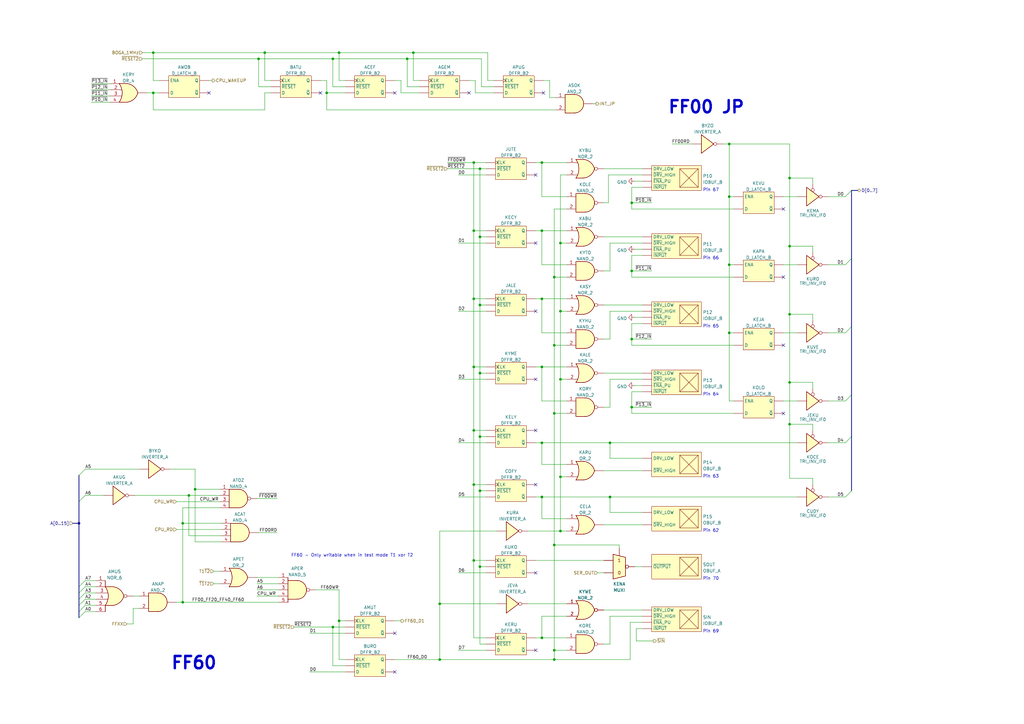
<source format=kicad_sch>
(kicad_sch (version 20230121) (generator eeschema)
  (paper "A3")
  (title_block (title "DMG-CPU B") (date "2023-06-26") (rev "0.6") (company "CC-BY-SA-4.0 Régis Galland & Michael Singer -- Derived work from Furrtek") (comment 1 "https://github.com/msinger/dmg-schematics"))
  (lib_symbols
    (symbol "DMG_CPU_Cells:AND_2" (pin_names hide)
      (property "Reference" "U" (at 0 5.08 0))
      (property "Value" "AND_2" (at 0 -5.08 0))
      (symbol "AND_2_1_1"
        (pin input line (at -7.62 2.54 0) (length 3.81) (name "~") (number "1"))
        (pin input line (at -7.62 -2.54 0) (length 3.81) (name "~") (number "2"))
        (pin output line (at 7.62 0 180) (length 3.81) (name "~") (number "3"))
      )
    )
    (symbol "DMG_CPU_Cells:AND_4" (pin_names hide)
      (property "Reference" "U" (at 0 5.08 0))
      (property "Value" "AND_4" (at 0 -5.08 0))
      (symbol "AND_4_1_1"
        (pin input line (at -7.62 3.81 0) (length 3.81) (name "~") (number "1"))
        (pin input line (at -7.62 1.27 0) (length 3.81) (name "~") (number "2"))
        (pin input line (at -7.62 -1.27 0) (length 3.81) (name "~") (number "3"))
        (pin input line (at -7.62 -3.81 0) (length 3.81) (name "~") (number "4"))
        (pin output line (at 7.62 0 180) (length 3.81) (name "~") (number "5"))
      )
    )
    (symbol "DMG_CPU_Cells:DFFR_B2" (pin_numbers hide)
      (property "Reference" "U" (at 0 5.715 0))
      (property "Value" "DFFR_B2" (at 0 -5.715 0))
      (symbol "DFFR_B2_1_1"
        (pin input clock (at -10.16 2.54 0) (length 3.81) (name "CLK") (number "1"))
        (pin input line (at -10.16 0 0) (length 3.81) (name "~{RESET}") (number "2"))
        (pin input line (at -10.16 -2.54 0) (length 3.81) (name "D") (number "3"))
        (pin input line (at -10.16 0 0) (length 3.81) hide (name "~{RESET}") (number "4"))
        (pin output line (at 10.16 -2.54 180) (length 3.81) (name "~{Q}") (number "5"))
        (pin output line (at 10.16 2.54 180) (length 3.81) (name "Q") (number "6"))
      )
    )
    (symbol "DMG_CPU_Cells:D_LATCH_B" (pin_numbers hide)
      (property "Reference" "U" (at 0 5.715 0))
      (property "Value" "D_LATCH_B" (at 0 -5.715 0))
      (symbol "D_LATCH_B_1_1"
        (pin input line (at -10.16 2.54 0) (length 3.81) (name "ENA") (number "1"))
        (pin input line (at -10.16 -2.54 0) (length 3.81) (name "D") (number "2"))
        (pin output line (at 10.16 2.54 180) (length 3.81) (name "Q") (number "3"))
        (pin output line (at 10.16 -2.54 180) (length 3.81) (name "~{Q}") (number "4"))
      )
    )
    (symbol "DMG_CPU_Cells:INVERTER_A" (pin_numbers hide) (pin_names hide)
      (property "Reference" "U?" (at 0 5.08 0))
      (property "Value" "INVERTER_A" (at 0 -5.08 0))
      (symbol "INVERTER_A_1_0"
        (pin input line (at -6.35 0 0) (length 3.81) (name "~") (number "1"))
        (pin output inverted (at 6.35 0 180) (length 3.81) (name "~") (number "2"))
      )
    )
    (symbol "DMG_CPU_Cells:IOBUF_B" (pin_numbers hide)
      (property "Reference" "U" (at 0 6.35 0))
      (property "Value" "IOBUF_B" (at 0 -6.35 0))
      (symbol "IOBUF_B_1_1"
        (pin input line (at 13.97 3.81 180) (length 3.81) (name "DRV_LOW") (number "1"))
        (pin output line (at 13.97 -3.81 180) (length 3.81) (name "~{INPUT}") (number "2"))
        (pin input line (at 13.97 -1.27 180) (length 3.81) (name "~{ENA}_PU") (number "3"))
        (pin input line (at 13.97 1.27 180) (length 3.81) (name "~{DRV}_HIGH") (number "4"))
      )
    )
    (symbol "DMG_CPU_Cells:MUXI" (pin_numbers hide) (pin_names (offset 0))
      (property "Reference" "U" (at 0 -6.985 0))
      (property "Value" "MUXI" (at 0 -9.525 0))
      (symbol "MUXI_0_0"
        (text "0" (at 0 -2.54 0) (effects (font (size 1.27 1.27))))
        (text "1" (at 0 2.54 0) (effects (font (size 1.27 1.27))))
      )
      (symbol "MUXI_1_1"
        (pin input line (at 0 7.62 270) (length 3.17) (name "~") (number "1"))
        (pin input line (at -6.35 2.54 0) (length 3.81) (name "~") (number "2"))
        (pin input line (at -6.35 -2.54 0) (length 3.81) (name "~") (number "3"))
        (pin output inverted (at 6.35 0 180) (length 3.81) (name "~") (number "4"))
      )
    )
    (symbol "DMG_CPU_Cells:NAND_2" (pin_names hide)
      (property "Reference" "U" (at 0 5.08 0))
      (property "Value" "NAND_2" (at 0 -5.08 0))
      (symbol "NAND_2_1_1"
        (pin input line (at -7.62 2.54 0) (length 3.81) (name "~") (number "1"))
        (pin input line (at -7.62 -2.54 0) (length 3.81) (name "~") (number "2"))
        (pin output inverted (at 7.62 0 180) (length 3.81) (name "~") (number "3"))
      )
    )
    (symbol "DMG_CPU_Cells:NAND_4" (pin_names hide)
      (property "Reference" "U" (at 0 5.08 0))
      (property "Value" "NAND_4" (at 0 -5.08 0))
      (symbol "NAND_4_1_1"
        (pin input line (at -7.62 3.81 0) (length 3.81) (name "~") (number "1"))
        (pin input line (at -7.62 1.27 0) (length 3.81) (name "~") (number "2"))
        (pin input line (at -7.62 -1.27 0) (length 3.81) (name "~") (number "3"))
        (pin input line (at -7.62 -3.81 0) (length 3.81) (name "~") (number "4"))
        (pin output inverted (at 7.62 0 180) (length 3.81) (name "~") (number "5"))
      )
    )
    (symbol "DMG_CPU_Cells:NAND_5" (pin_names hide)
      (property "Reference" "U" (at 0 6.35 0))
      (property "Value" "NAND_5" (at 0 -6.35 0))
      (symbol "NAND_5_1_1"
        (pin input line (at -7.62 5.08 0) (length 3.81) (name "~") (number "1"))
        (pin input line (at -7.62 2.54 0) (length 3.81) (name "~") (number "2"))
        (pin input line (at -7.62 0 0) (length 3.81) (name "~") (number "3"))
        (pin input line (at -7.62 -2.54 0) (length 3.81) (name "~") (number "4"))
        (pin input line (at -7.62 -5.08 0) (length 3.81) (name "~") (number "5"))
        (pin output inverted (at 7.62 0 180) (length 3.81) (name "~") (number "6"))
      )
    )
    (symbol "DMG_CPU_Cells:NOR_2" (pin_names hide)
      (property "Reference" "U" (at 0 5.08 0))
      (property "Value" "NOR_2" (at 0 -5.08 0))
      (symbol "NOR_2_1_1"
        (pin input line (at -7.62 2.54 0) (length 4.4) (name "~") (number "1"))
        (pin input line (at -7.62 -2.54 0) (length 4.4) (name "~") (number "2"))
        (pin output inverted (at 7.62 0 180) (length 3.81) (name "~") (number "3"))
      )
    )
    (symbol "DMG_CPU_Cells:NOR_6" (pin_names hide)
      (property "Reference" "U" (at 0 7.62 0))
      (property "Value" "NOR_6" (at 0 -7.62 0))
      (symbol "NOR_6_1_1"
        (pin input line (at -7.62 6.35 0) (length 3.81) (name "~") (number "1"))
        (pin input line (at -7.62 3.81 0) (length 3.81) (name "~") (number "2"))
        (pin input line (at -7.62 1.27 0) (length 4.8) (name "~") (number "3"))
        (pin input line (at -7.62 -1.27 0) (length 4.8) (name "~") (number "4"))
        (pin input line (at -7.62 -3.81 0) (length 3.81) (name "~") (number "5"))
        (pin input line (at -7.62 -6.35 0) (length 3.81) (name "~") (number "6"))
        (pin output inverted (at 7.62 0 180) (length 3.81) (name "~") (number "7"))
      )
    )
    (symbol "DMG_CPU_Cells:OBUF_A" (pin_numbers hide)
      (property "Reference" "U" (at 0 6.35 0))
      (property "Value" "OBUF_A" (at 0 -6.35 0))
      (symbol "OBUF_A_1_1"
        (pin input line (at 13.97 0 180) (length 3.81) (name "~{OUTPUT}") (number "1"))
      )
    )
    (symbol "DMG_CPU_Cells:OBUF_B" (pin_numbers hide)
      (property "Reference" "U" (at 0 6.35 0))
      (property "Value" "OBUF_B" (at 0 -6.35 0))
      (symbol "OBUF_B_1_1"
        (pin input line (at 13.97 2.54 180) (length 3.81) (name "DRV_LOW") (number "1"))
        (pin input line (at 13.97 -2.54 180) (length 3.81) (name "~{DRV}_HIGH") (number "2"))
      )
    )
    (symbol "DMG_CPU_Cells:OR_2" (pin_names hide)
      (property "Reference" "U" (at 0 5.08 0))
      (property "Value" "OR_2" (at 0 -5.08 0))
      (symbol "OR_2_1_1"
        (pin input line (at -7.62 2.54 0) (length 4.4) (name "~") (number "1"))
        (pin input line (at -7.62 -2.54 0) (length 4.4) (name "~") (number "2"))
        (pin output line (at 7.62 0 180) (length 3.81) (name "~") (number "3"))
      )
    )
    (symbol "DMG_CPU_Cells:OR_4" (pin_names hide)
      (property "Reference" "U" (at 0 5.08 0))
      (property "Value" "OR_4" (at 0 -5.08 0))
      (symbol "OR_4_1_1"
        (pin input line (at -7.62 3.81 0) (length 4) (name "~") (number "1"))
        (pin input line (at -7.62 1.27 0) (length 4.8) (name "~") (number "2"))
        (pin input line (at -7.62 -1.27 0) (length 4.8) (name "~") (number "3"))
        (pin input line (at -7.62 -3.81 0) (length 4) (name "~") (number "4"))
        (pin output line (at 7.62 0 180) (length 3.81) (name "~") (number "5"))
      )
    )
    (symbol "DMG_CPU_Cells:TRI_INV_IF0" (pin_numbers hide) (pin_names hide)
      (property "Reference" "U?" (at 0 -5.08 0))
      (property "Value" "TRI_INV_IF0" (at 0 -7.62 0))
      (symbol "TRI_INV_IF0_1_0"
        (pin input line (at -6.35 0 0) (length 3.81) (name "~") (number "2"))
        (pin tri_state inverted (at 6.35 0 180) (length 3.81) (name "~") (number "3"))
      )
      (symbol "TRI_INV_IF0_1_1"
        (pin input inverted (at 0 5.08 270) (length 3) (name "~{ENA}") (number "1"))
      )
    )
    (symbol "power:GND" (power) (pin_names (offset 0))
      (property "Value" "GND" (at 0 -3.81 0))
      (symbol "GND_1_1"
        (pin power_in line (at 0 0 270) (length 0) hide (name "GND") (number "1"))
      )
    )
  )
  (junction (at 259.08 111.125))
  (junction (at 194.31 198.755))
  (junction (at 229.87 127.635))
  (junction (at 323.85 73.025))
  (junction (at 136.525 24.13))
  (junction (at 227.33 113.665))
  (junction (at 196.85 232.41))
  (junction (at 196.85 97.155))
  (junction (at 139.065 254.635))
  (junction (at 74.93 247.015))
  (junction (at 194.31 176.53))
  (junction (at 229.87 217.805))
  (junction (at 299.085 108.585))
  (junction (at 299.085 136.525))
  (junction (at 323.85 100.965))
  (junction (at 229.87 155.575))
  (junction (at 250.19 203.835))
  (junction (at 80.01 200.66))
  (junction (at 108.585 21.59))
  (junction (at 222.25 203.835))
  (junction (at 136.525 257.175))
  (junction (at 227.33 169.545))
  (junction (at 323.85 156.845))
  (junction (at 222.25 261.62))
  (junction (at 259.08 83.185))
  (junction (at 222.25 150.495))
  (junction (at 299.085 80.645))
  (junction (at 222.25 122.555))
  (junction (at 77.47 203.2))
  (junction (at 222.25 66.675))
  (junction (at 196.85 153.035))
  (junction (at 106.045 24.13))
  (junction (at 133.985 38.1))
  (junction (at 74.93 214.63))
  (junction (at 227.33 141.605))
  (junction (at 139.065 21.59))
  (junction (at 227.33 270.51))
  (junction (at 169.545 21.59))
  (junction (at 299.085 59.055))
  (junction (at 227.33 266.7))
  (junction (at 196.85 69.215))
  (junction (at 222.25 181.61))
  (junction (at 180.34 247.65))
  (junction (at 32.385 214.63))
  (junction (at 194.31 94.615))
  (junction (at 62.865 21.59))
  (junction (at 194.31 150.495))
  (junction (at 227.33 223.52))
  (junction (at 167.005 24.13))
  (junction (at 196.85 201.295))
  (junction (at 194.31 229.87))
  (junction (at 194.31 122.555))
  (junction (at 180.34 270.51))
  (junction (at 229.87 195.58))
  (junction (at 323.85 173.99))
  (junction (at 250.19 181.61))
  (junction (at 259.08 139.065))
  (junction (at 229.87 99.695))
  (junction (at 259.08 167.005))
  (junction (at 222.25 94.615))
  (junction (at 62.865 38.1))
  (junction (at 323.85 128.905))
  (junction (at 196.85 125.095))
  (junction (at 194.31 66.675))
  (junction (at 196.85 179.07))
  (no_connect (at 161.925 275.59))
  (no_connect (at 321.31 85.725))
  (no_connect (at 321.31 113.665))
  (no_connect (at 321.31 141.605))
  (no_connect (at 321.31 169.545))
  (no_connect (at 131.445 38.1))
  (no_connect (at 192.405 38.1))
  (no_connect (at 161.925 259.715))
  (no_connect (at 219.71 266.7))
  (no_connect (at 219.71 155.575))
  (no_connect (at 219.71 127.635))
  (no_connect (at 219.71 99.695))
  (no_connect (at 219.71 176.53))
  (no_connect (at 85.725 38.1))
  (no_connect (at 222.885 38.1))
  (no_connect (at 161.925 38.1))
  (no_connect (at 219.71 71.755))
  (no_connect (at 219.71 234.95))
  (no_connect (at 219.71 198.755))
  (bus_entry (at 34.925 248.285) (size -2.54 2.54))
  (bus_entry (at 346.71 108.585) (size 2.54 -2.54))
  (bus_entry (at 34.925 240.665) (size -2.54 2.54))
  (bus_entry (at 34.925 243.205) (size -2.54 2.54))
  (bus_entry (at 34.925 250.825) (size -2.54 2.54))
  (bus_entry (at 34.925 192.405) (size -2.54 2.54))
  (bus_entry (at 34.925 203.2) (size -2.54 2.54))
  (bus_entry (at 346.71 80.645) (size 2.54 -2.54))
  (bus_entry (at 34.925 238.125) (size -2.54 2.54))
  (bus_entry (at 346.71 203.835) (size 2.54 -2.54))
  (bus_entry (at 346.71 136.525) (size 2.54 -2.54))
  (bus_entry (at 346.71 181.61) (size 2.54 -2.54))
  (bus_entry (at 346.71 164.465) (size 2.54 -2.54))
  (bus_entry (at 34.925 245.745) (size -2.54 2.54))
  (wire (pts (xy 229.87 99.695) (xy 232.41 99.695)))
  (wire (pts (xy 180.34 217.805) (xy 203.835 217.805)))
  (wire (pts (xy 167.005 24.13) (xy 136.525 24.13)))
  (bus (pts (xy 32.385 245.745) (xy 32.385 248.285)))
  (wire (pts (xy 72.39 205.74) (xy 90.17 205.74)))
  (wire (pts (xy 323.85 73.025) (xy 333.375 73.025)))
  (wire (pts (xy 139.065 21.59) (xy 169.545 21.59)))
  (wire (pts (xy 229.87 99.695) (xy 229.87 127.635)))
  (wire (pts (xy 74.93 214.63) (xy 74.93 247.015)))
  (wire (pts (xy 247.65 215.265) (xy 263.525 215.265)))
  (wire (pts (xy 219.71 66.675) (xy 222.25 66.675)))
  (bus (pts (xy 349.25 133.985) (xy 349.25 161.925)))
  (wire (pts (xy 263.525 99.695) (xy 250.19 99.695)))
  (wire (pts (xy 232.41 169.545) (xy 227.33 169.545)))
  (wire (pts (xy 300.99 164.465) (xy 299.085 164.465)))
  (wire (pts (xy 323.85 196.215) (xy 333.375 196.215)))
  (wire (pts (xy 222.25 252.73) (xy 232.41 252.73)))
  (wire (pts (xy 37.465 39.37) (xy 45.085 39.37)))
  (wire (pts (xy 196.85 201.295) (xy 199.39 201.295)))
  (wire (pts (xy 196.85 69.215) (xy 196.85 97.155)))
  (wire (pts (xy 321.31 136.525) (xy 327.025 136.525)))
  (wire (pts (xy 263.525 71.755) (xy 249.555 71.755)))
  (bus (pts (xy 349.25 179.07) (xy 349.25 161.925)))
  (wire (pts (xy 229.87 217.805) (xy 229.87 195.58)))
  (wire (pts (xy 259.08 76.835) (xy 259.08 83.185)))
  (wire (pts (xy 57.15 244.475) (xy 54.61 244.475)))
  (bus (pts (xy 29.845 214.63) (xy 32.385 214.63)))
  (wire (pts (xy 180.34 247.65) (xy 180.34 270.51)))
  (bus (pts (xy 32.385 205.74) (xy 32.385 214.63)))
  (wire (pts (xy 250.19 187.96) (xy 263.525 187.96)))
  (wire (pts (xy 250.19 99.695) (xy 250.19 111.125)))
  (wire (pts (xy 227.33 223.52) (xy 254 223.52)))
  (wire (pts (xy 55.245 203.2) (xy 77.47 203.2)))
  (wire (pts (xy 227.33 113.665) (xy 227.33 141.605)))
  (wire (pts (xy 299.085 59.055) (xy 323.85 59.055)))
  (wire (pts (xy 222.25 80.645) (xy 232.41 80.645)))
  (wire (pts (xy 259.08 160.655) (xy 259.08 167.005)))
  (wire (pts (xy 333.375 128.905) (xy 333.375 131.445)))
  (wire (pts (xy 227.33 85.725) (xy 227.33 113.665)))
  (wire (pts (xy 333.375 196.215) (xy 333.375 198.755)))
  (wire (pts (xy 139.065 241.935) (xy 129.54 241.935)))
  (wire (pts (xy 339.725 203.835) (xy 346.71 203.835)))
  (wire (pts (xy 72.39 217.17) (xy 90.805 217.17)))
  (wire (pts (xy 57.15 249.555) (xy 54.61 249.555)))
  (wire (pts (xy 197.485 24.13) (xy 167.005 24.13)))
  (wire (pts (xy 263.525 153.035) (xy 247.65 153.035)))
  (wire (pts (xy 77.47 203.2) (xy 90.17 203.2)))
  (wire (pts (xy 60.325 38.1) (xy 62.865 38.1)))
  (wire (pts (xy 194.31 229.87) (xy 194.31 261.62)))
  (wire (pts (xy 258.445 255.27) (xy 263.525 255.27)))
  (wire (pts (xy 249.555 83.185) (xy 247.65 83.185)))
  (wire (pts (xy 260.35 102.235) (xy 263.525 102.235)))
  (wire (pts (xy 339.725 164.465) (xy 346.71 164.465)))
  (wire (pts (xy 229.87 217.805) (xy 232.41 217.805)))
  (wire (pts (xy 323.85 156.845) (xy 323.85 173.99)))
  (wire (pts (xy 323.85 100.965) (xy 323.85 128.905)))
  (wire (pts (xy 249.555 71.755) (xy 249.555 83.185)))
  (wire (pts (xy 250.19 203.835) (xy 250.19 210.185)))
  (wire (pts (xy 169.545 21.59) (xy 169.545 33.02)))
  (wire (pts (xy 243.205 42.545) (xy 244.475 42.545)))
  (wire (pts (xy 187.96 181.61) (xy 199.39 181.61)))
  (wire (pts (xy 161.925 270.51) (xy 180.34 270.51)))
  (wire (pts (xy 229.87 195.58) (xy 232.41 195.58)))
  (wire (pts (xy 227.33 141.605) (xy 227.33 169.545)))
  (wire (pts (xy 219.71 261.62) (xy 222.25 261.62)))
  (wire (pts (xy 275.59 59.055) (xy 283.845 59.055)))
  (wire (pts (xy 180.34 217.805) (xy 180.34 247.65)))
  (wire (pts (xy 106.045 24.13) (xy 106.045 35.56)))
  (wire (pts (xy 247.65 250.19) (xy 263.525 250.19)))
  (wire (pts (xy 222.25 122.555) (xy 222.25 136.525)))
  (wire (pts (xy 34.925 243.205) (xy 39.37 243.205)))
  (bus (pts (xy 32.385 194.945) (xy 32.385 205.74)))
  (wire (pts (xy 333.375 100.965) (xy 333.375 103.505)))
  (wire (pts (xy 250.19 167.005) (xy 247.65 167.005)))
  (wire (pts (xy 105.41 239.395) (xy 114.3 239.395)))
  (wire (pts (xy 300.99 108.585) (xy 299.085 108.585)))
  (wire (pts (xy 263.525 132.715) (xy 259.08 132.715)))
  (wire (pts (xy 133.985 45.085) (xy 227.965 45.085)))
  (wire (pts (xy 161.925 254.635) (xy 164.465 254.635)))
  (wire (pts (xy 247.65 97.155) (xy 263.525 97.155)))
  (wire (pts (xy 323.85 73.025) (xy 323.85 59.055)))
  (wire (pts (xy 263.525 76.835) (xy 259.08 76.835)))
  (wire (pts (xy 196.85 153.035) (xy 199.39 153.035)))
  (wire (pts (xy 247.65 69.215) (xy 263.525 69.215)))
  (wire (pts (xy 260.985 257.81) (xy 260.985 262.89)))
  (wire (pts (xy 196.85 179.07) (xy 199.39 179.07)))
  (wire (pts (xy 250.19 210.185) (xy 263.525 210.185)))
  (wire (pts (xy 169.545 21.59) (xy 200.025 21.59)))
  (wire (pts (xy 199.39 150.495) (xy 194.31 150.495)))
  (wire (pts (xy 54.61 249.555) (xy 54.61 255.905)))
  (wire (pts (xy 232.41 71.755) (xy 229.87 71.755)))
  (wire (pts (xy 197.485 35.56) (xy 202.565 35.56)))
  (wire (pts (xy 229.87 155.575) (xy 232.41 155.575)))
  (bus (pts (xy 32.385 243.205) (xy 32.385 245.745)))
  (wire (pts (xy 259.08 132.715) (xy 259.08 139.065)))
  (wire (pts (xy 263.525 104.775) (xy 259.08 104.775)))
  (wire (pts (xy 250.19 181.61) (xy 327.025 181.61)))
  (wire (pts (xy 141.605 254.635) (xy 139.065 254.635)))
  (wire (pts (xy 296.545 59.055) (xy 299.085 59.055)))
  (wire (pts (xy 139.065 33.02) (xy 139.065 21.59)))
  (wire (pts (xy 62.865 21.59) (xy 62.865 33.02)))
  (wire (pts (xy 37.465 34.29) (xy 45.085 34.29)))
  (wire (pts (xy 250.19 203.835) (xy 327.025 203.835)))
  (wire (pts (xy 34.925 250.825) (xy 39.37 250.825)))
  (wire (pts (xy 222.25 94.615) (xy 222.25 108.585)))
  (wire (pts (xy 34.925 248.285) (xy 39.37 248.285)))
  (wire (pts (xy 196.85 97.155) (xy 199.39 97.155)))
  (wire (pts (xy 259.08 104.775) (xy 259.08 111.125)))
  (wire (pts (xy 232.41 85.725) (xy 227.33 85.725)))
  (bus (pts (xy 349.25 201.295) (xy 349.25 179.07)))
  (wire (pts (xy 127 259.715) (xy 141.605 259.715)))
  (wire (pts (xy 339.725 181.61) (xy 346.71 181.61)))
  (wire (pts (xy 263.525 127.635) (xy 250.19 127.635)))
  (wire (pts (xy 120.65 257.175) (xy 136.525 257.175)))
  (wire (pts (xy 108.585 38.1) (xy 111.125 38.1)))
  (wire (pts (xy 321.31 164.465) (xy 327.025 164.465)))
  (wire (pts (xy 34.925 238.125) (xy 39.37 238.125)))
  (wire (pts (xy 222.885 33.02) (xy 225.425 33.02)))
  (wire (pts (xy 222.25 122.555) (xy 232.41 122.555)))
  (wire (pts (xy 203.835 247.65) (xy 180.34 247.65)))
  (wire (pts (xy 108.585 33.02) (xy 111.125 33.02)))
  (bus (pts (xy 349.25 133.985) (xy 349.25 106.045)))
  (wire (pts (xy 250.19 252.73) (xy 250.19 264.16)))
  (wire (pts (xy 222.25 203.835) (xy 222.25 212.725)))
  (wire (pts (xy 164.465 33.02) (xy 164.465 38.1)))
  (wire (pts (xy 259.08 167.005) (xy 267.335 167.005)))
  (wire (pts (xy 196.85 232.41) (xy 196.85 264.16)))
  (wire (pts (xy 196.85 264.16) (xy 199.39 264.16)))
  (wire (pts (xy 321.31 80.645) (xy 327.025 80.645)))
  (wire (pts (xy 133.985 38.1) (xy 133.985 45.085)))
  (wire (pts (xy 299.085 108.585) (xy 299.085 136.525)))
  (wire (pts (xy 196.85 179.07) (xy 196.85 201.295)))
  (wire (pts (xy 300.99 80.645) (xy 299.085 80.645)))
  (wire (pts (xy 216.535 247.65) (xy 232.41 247.65)))
  (wire (pts (xy 62.865 38.1) (xy 62.865 45.085)))
  (wire (pts (xy 196.85 125.095) (xy 199.39 125.095)))
  (wire (pts (xy 164.465 38.1) (xy 172.085 38.1)))
  (wire (pts (xy 199.39 261.62) (xy 194.31 261.62)))
  (bus (pts (xy 32.385 248.285) (xy 32.385 250.825)))
  (wire (pts (xy 232.41 66.675) (xy 222.25 66.675)))
  (wire (pts (xy 219.71 122.555) (xy 222.25 122.555)))
  (wire (pts (xy 74.93 214.63) (xy 74.93 208.28)))
  (wire (pts (xy 194.945 38.1) (xy 202.565 38.1)))
  (wire (pts (xy 260.35 158.115) (xy 263.525 158.115)))
  (wire (pts (xy 247.65 234.95) (xy 245.11 234.95)))
  (wire (pts (xy 108.585 21.59) (xy 139.065 21.59)))
  (wire (pts (xy 105.41 241.935) (xy 114.3 241.935)))
  (wire (pts (xy 222.25 164.465) (xy 232.41 164.465)))
  (wire (pts (xy 187.96 155.575) (xy 199.39 155.575)))
  (wire (pts (xy 106.045 218.44) (xy 113.665 218.44)))
  (wire (pts (xy 250.19 139.065) (xy 247.65 139.065)))
  (wire (pts (xy 232.41 190.5) (xy 222.25 190.5)))
  (wire (pts (xy 259.08 85.725) (xy 259.08 83.185)))
  (wire (pts (xy 133.985 38.1) (xy 141.605 38.1)))
  (bus (pts (xy 349.25 78.105) (xy 351.79 78.105)))
  (wire (pts (xy 196.85 125.095) (xy 196.85 153.035)))
  (wire (pts (xy 222.25 181.61) (xy 222.25 190.5)))
  (wire (pts (xy 227.33 270.51) (xy 258.445 270.51)))
  (wire (pts (xy 169.545 33.02) (xy 172.085 33.02)))
  (wire (pts (xy 260.35 74.295) (xy 263.525 74.295)))
  (wire (pts (xy 260.985 262.89) (xy 267.97 262.89)))
  (wire (pts (xy 339.725 108.585) (xy 346.71 108.585)))
  (wire (pts (xy 300.99 85.725) (xy 259.08 85.725)))
  (wire (pts (xy 323.85 156.845) (xy 333.375 156.845)))
  (wire (pts (xy 300.99 169.545) (xy 259.08 169.545)))
  (wire (pts (xy 37.465 36.83) (xy 45.085 36.83)))
  (wire (pts (xy 227.33 223.52) (xy 227.33 266.7)))
  (wire (pts (xy 80.01 200.66) (xy 90.17 200.66)))
  (wire (pts (xy 194.945 33.02) (xy 194.945 38.1)))
  (wire (pts (xy 141.605 270.51) (xy 139.065 270.51)))
  (wire (pts (xy 229.87 127.635) (xy 232.41 127.635)))
  (wire (pts (xy 263.525 160.655) (xy 259.08 160.655)))
  (wire (pts (xy 222.25 136.525) (xy 232.41 136.525)))
  (wire (pts (xy 222.25 203.835) (xy 250.19 203.835)))
  (wire (pts (xy 225.425 33.02) (xy 225.425 40.005)))
  (wire (pts (xy 167.005 35.56) (xy 167.005 24.13)))
  (wire (pts (xy 106.045 35.56) (xy 111.125 35.56)))
  (wire (pts (xy 131.445 33.02) (xy 133.985 33.02)))
  (wire (pts (xy 65.405 38.1) (xy 62.865 38.1)))
  (wire (pts (xy 196.85 232.41) (xy 199.39 232.41)))
  (wire (pts (xy 225.425 40.005) (xy 227.965 40.005)))
  (wire (pts (xy 187.96 71.755) (xy 199.39 71.755)))
  (wire (pts (xy 34.925 245.745) (xy 39.37 245.745)))
  (wire (pts (xy 197.485 35.56) (xy 197.485 24.13)))
  (wire (pts (xy 194.31 176.53) (xy 194.31 198.755)))
  (wire (pts (xy 136.525 257.175) (xy 141.605 257.175)))
  (wire (pts (xy 199.39 176.53) (xy 194.31 176.53)))
  (wire (pts (xy 187.96 127.635) (xy 199.39 127.635)))
  (wire (pts (xy 227.33 141.605) (xy 232.41 141.605)))
  (bus (pts (xy 32.385 214.63) (xy 32.385 240.665)))
  (wire (pts (xy 136.525 35.56) (xy 136.525 24.13)))
  (wire (pts (xy 196.85 97.155) (xy 196.85 125.095)))
  (wire (pts (xy 105.41 204.47) (xy 113.665 204.47)))
  (wire (pts (xy 219.71 229.87) (xy 247.65 229.87)))
  (wire (pts (xy 300.99 136.525) (xy 299.085 136.525)))
  (wire (pts (xy 34.925 192.405) (xy 57.15 192.405)))
  (wire (pts (xy 216.535 217.805) (xy 229.87 217.805)))
  (wire (pts (xy 232.41 113.665) (xy 227.33 113.665)))
  (wire (pts (xy 333.375 73.025) (xy 333.375 75.565)))
  (wire (pts (xy 194.31 66.675) (xy 194.31 94.615)))
  (wire (pts (xy 260.35 130.175) (xy 263.525 130.175)))
  (wire (pts (xy 58.42 24.13) (xy 106.045 24.13)))
  (wire (pts (xy 194.31 94.615) (xy 199.39 94.615)))
  (wire (pts (xy 37.465 41.91) (xy 45.085 41.91)))
  (wire (pts (xy 263.525 155.575) (xy 250.19 155.575)))
  (wire (pts (xy 250.19 264.16) (xy 247.65 264.16)))
  (wire (pts (xy 34.925 240.665) (xy 39.37 240.665)))
  (wire (pts (xy 250.19 155.575) (xy 250.19 167.005)))
  (wire (pts (xy 199.39 122.555) (xy 194.31 122.555)))
  (wire (pts (xy 259.08 83.185) (xy 267.335 83.185)))
  (wire (pts (xy 259.08 141.605) (xy 259.08 139.065)))
  (wire (pts (xy 133.985 33.02) (xy 133.985 38.1)))
  (wire (pts (xy 106.045 24.13) (xy 136.525 24.13)))
  (wire (pts (xy 69.85 192.405) (xy 80.01 192.405)))
  (wire (pts (xy 229.87 155.575) (xy 229.87 195.58)))
  (wire (pts (xy 90.17 239.395) (xy 87.63 239.395)))
  (wire (pts (xy 219.71 94.615) (xy 222.25 94.615)))
  (wire (pts (xy 333.375 173.99) (xy 333.375 176.53)))
  (wire (pts (xy 105.41 244.475) (xy 114.3 244.475)))
  (wire (pts (xy 247.65 193.04) (xy 263.525 193.04)))
  (wire (pts (xy 62.865 33.02) (xy 65.405 33.02)))
  (wire (pts (xy 333.375 156.845) (xy 333.375 159.385)))
  (wire (pts (xy 323.85 73.025) (xy 323.85 100.965)))
  (wire (pts (xy 227.33 270.51) (xy 227.33 266.7)))
  (wire (pts (xy 187.96 266.7) (xy 199.39 266.7)))
  (wire (pts (xy 74.93 247.015) (xy 114.3 247.015)))
  (wire (pts (xy 58.42 21.59) (xy 62.865 21.59)))
  (wire (pts (xy 187.96 234.95) (xy 199.39 234.95)))
  (wire (pts (xy 194.31 122.555) (xy 194.31 150.495)))
  (wire (pts (xy 222.25 66.675) (xy 222.25 80.645)))
  (wire (pts (xy 85.725 33.02) (xy 86.995 33.02)))
  (wire (pts (xy 52.07 255.905) (xy 54.61 255.905)))
  (wire (pts (xy 141.605 35.56) (xy 136.525 35.56)))
  (wire (pts (xy 227.33 169.545) (xy 227.33 223.52)))
  (wire (pts (xy 180.34 270.51) (xy 227.33 270.51)))
  (wire (pts (xy 161.925 33.02) (xy 164.465 33.02)))
  (wire (pts (xy 139.065 254.635) (xy 139.065 241.935)))
  (wire (pts (xy 194.31 150.495) (xy 194.31 176.53)))
  (wire (pts (xy 219.71 203.835) (xy 222.25 203.835)))
  (wire (pts (xy 141.605 33.02) (xy 139.065 33.02)))
  (wire (pts (xy 339.725 80.645) (xy 346.71 80.645)))
  (wire (pts (xy 194.31 66.675) (xy 199.39 66.675)))
  (wire (pts (xy 323.85 128.905) (xy 323.85 156.845)))
  (wire (pts (xy 259.08 169.545) (xy 259.08 167.005)))
  (wire (pts (xy 199.39 198.755) (xy 194.31 198.755)))
  (wire (pts (xy 232.41 150.495) (xy 222.25 150.495)))
  (wire (pts (xy 250.19 111.125) (xy 247.65 111.125)))
  (wire (pts (xy 323.85 173.99) (xy 333.375 173.99)))
  (wire (pts (xy 222.25 150.495) (xy 222.25 164.465)))
  (wire (pts (xy 229.87 71.755) (xy 229.87 99.695)))
  (wire (pts (xy 299.085 136.525) (xy 299.085 164.465)))
  (bus (pts (xy 32.385 250.825) (xy 32.385 253.365)))
  (wire (pts (xy 90.805 214.63) (xy 74.93 214.63)))
  (wire (pts (xy 80.01 192.405) (xy 80.01 200.66)))
  (wire (pts (xy 80.01 222.25) (xy 90.805 222.25)))
  (wire (pts (xy 187.96 99.695) (xy 199.39 99.695)))
  (wire (pts (xy 259.08 111.125) (xy 267.335 111.125)))
  (wire (pts (xy 299.085 59.055) (xy 299.085 80.645)))
  (wire (pts (xy 219.71 150.495) (xy 222.25 150.495)))
  (wire (pts (xy 260.35 232.41) (xy 263.525 232.41)))
  (wire (pts (xy 127 275.59) (xy 141.605 275.59)))
  (wire (pts (xy 108.585 45.085) (xy 108.585 38.1)))
  (wire (pts (xy 259.08 139.065) (xy 267.335 139.065)))
  (wire (pts (xy 232.41 212.725) (xy 222.25 212.725)))
  (wire (pts (xy 200.025 21.59) (xy 200.025 33.02)))
  (wire (pts (xy 250.19 181.61) (xy 250.19 187.96)))
  (wire (pts (xy 74.93 208.28) (xy 90.17 208.28)))
  (wire (pts (xy 192.405 33.02) (xy 194.945 33.02)))
  (wire (pts (xy 77.47 219.71) (xy 90.805 219.71)))
  (wire (pts (xy 263.525 252.73) (xy 250.19 252.73)))
  (wire (pts (xy 250.19 127.635) (xy 250.19 139.065)))
  (wire (pts (xy 196.85 153.035) (xy 196.85 179.07)))
  (wire (pts (xy 219.71 181.61) (xy 222.25 181.61)))
  (wire (pts (xy 254 223.52) (xy 254 224.79)))
  (wire (pts (xy 62.865 45.085) (xy 108.585 45.085)))
  (wire (pts (xy 300.99 113.665) (xy 259.08 113.665)))
  (wire (pts (xy 183.515 66.675) (xy 194.31 66.675)))
  (wire (pts (xy 323.85 128.905) (xy 333.375 128.905)))
  (wire (pts (xy 196.85 201.295) (xy 196.85 232.41)))
  (wire (pts (xy 247.65 125.095) (xy 263.525 125.095)))
  (wire (pts (xy 259.08 113.665) (xy 259.08 111.125)))
  (wire (pts (xy 136.525 273.05) (xy 141.605 273.05)))
  (wire (pts (xy 222.25 108.585) (xy 232.41 108.585)))
  (wire (pts (xy 299.085 80.645) (xy 299.085 108.585)))
  (wire (pts (xy 194.31 198.755) (xy 194.31 229.87)))
  (wire (pts (xy 136.525 257.175) (xy 136.525 273.05)))
  (wire (pts (xy 183.515 69.215) (xy 196.85 69.215)))
  (wire (pts (xy 222.25 181.61) (xy 250.19 181.61)))
  (wire (pts (xy 187.96 203.835) (xy 199.39 203.835)))
  (wire (pts (xy 222.25 252.73) (xy 222.25 261.62)))
  (wire (pts (xy 139.065 254.635) (xy 139.065 270.51)))
  (wire (pts (xy 339.725 136.525) (xy 346.71 136.525)))
  (wire (pts (xy 105.41 236.855) (xy 114.3 236.855)))
  (wire (pts (xy 321.31 108.585) (xy 327.025 108.585)))
  (wire (pts (xy 90.17 234.315) (xy 87.63 234.315)))
  (bus (pts (xy 349.25 78.105) (xy 349.25 106.045)))
  (wire (pts (xy 80.01 200.66) (xy 80.01 222.25)))
  (wire (pts (xy 323.85 173.99) (xy 323.85 196.215)))
  (wire (pts (xy 108.585 21.59) (xy 108.585 33.02)))
  (wire (pts (xy 62.865 21.59) (xy 108.585 21.59)))
  (wire (pts (xy 77.47 203.2) (xy 77.47 219.71)))
  (wire (pts (xy 34.925 203.2) (xy 42.545 203.2)))
  (wire (pts (xy 258.445 270.51) (xy 258.445 255.27)))
  (wire (pts (xy 323.85 100.965) (xy 333.375 100.965)))
  (wire (pts (xy 200.025 33.02) (xy 202.565 33.02)))
  (wire (pts (xy 72.39 247.015) (xy 74.93 247.015)))
  (wire (pts (xy 196.85 69.215) (xy 199.39 69.215)))
  (wire (pts (xy 222.25 261.62) (xy 232.41 261.62)))
  (wire (pts (xy 199.39 229.87) (xy 194.31 229.87)))
  (bus (pts (xy 32.385 240.665) (xy 32.385 243.205)))
  (wire (pts (xy 229.87 127.635) (xy 229.87 155.575)))
  (wire (pts (xy 232.41 94.615) (xy 222.25 94.615)))
  (wire (pts (xy 227.33 266.7) (xy 232.41 266.7)))
  (wire (pts (xy 172.085 35.56) (xy 167.005 35.56)))
  (wire (pts (xy 263.525 257.81) (xy 260.985 257.81)))
  (wire (pts (xy 194.31 94.615) (xy 194.31 122.555)))
  (wire (pts (xy 300.99 141.605) (xy 259.08 141.605)))
  (text "Pin 66" (at 288.29 106.68 0) (effects (font (size 1.27 1.27)) (justify left bottom)))
  (text "FF60 - Only writable when in test mode T1 xor T2" (at 119.38 228.6 0) (effects (font (size 1.27 1.27)) (justify left bottom)))
  (text "Pin 70" (at 288.29 238.125 0) (effects (font (size 1.27 1.27)) (justify left bottom)))
  (text "Pin 62" (at 288.29 218.44 0) (effects (font (size 1.27 1.27)) (justify left bottom)))
  (text "Pin 64" (at 288.29 162.56 0) (effects (font (size 1.27 1.27)) (justify left bottom)))
  (text "Pin 67" (at 288.29 78.74 0) (effects (font (size 1.27 1.27)) (justify left bottom)))
  (text "Pin 63" (at 288.29 196.215 0) (effects (font (size 1.27 1.27)) (justify left bottom)))
  (text "FF60\n" (at 69.85 274.955 0) (effects (font (size 5 5) (thickness 1) bold) (justify left bottom)))
  (text "FF00 JP\n" (at 273.685 46.99 0) (effects (font (size 5 5) (thickness 1) bold) (justify left bottom)))
  (text "Pin 65" (at 288.29 134.62 0) (effects (font (size 1.27 1.27)) (justify left bottom)))
  (text "Pin 69" (at 288.29 259.715 0) (effects (font (size 1.27 1.27)) (justify left bottom)))
  (label "~{P13_IN}" (at 37.465 34.29 0))
  (label "~{P11_IN}" (at 37.465 39.37 0))
  (label "D3" (at 187.96 155.575 0))
  (label "CPU_WR" (at 81.915 205.74 0))
  (label "FF00RD" (at 275.59 59.055 0))
  (label "D1" (at 187.96 99.695 0))
  (label "D5" (at 346.075 203.835 180))
  (label "~{P12_IN}" (at 37.465 36.83 0))
  (label "~{P11_IN}" (at 267.335 111.125 180))
  (label "D4" (at 346.075 181.61 180))
  (label "~{P13_IN}" (at 267.335 167.005 180))
  (label "A6" (at 105.41 241.935 0))
  (label "D5" (at 187.96 203.835 0))
  (label "~{RESET2}" (at 120.65 257.175 0))
  (label "FF60WR" (at 131.445 241.935 0))
  (label "~{P10_IN}" (at 37.465 41.91 0))
  (label "A5" (at 34.925 192.405 0))
  (label "A0" (at 34.925 250.825 0))
  (label "A5" (at 105.41 239.395 0))
  (label "D2" (at 187.96 127.635 0))
  (label "D3" (at 346.075 164.465 180))
  (label "FF60_D0" (at 167.005 270.51 0))
  (label "D2" (at 346.075 136.525 180))
  (label "~{FF00WR}" (at 113.665 204.47 180))
  (label "D6" (at 187.96 234.95 0))
  (label "A3" (at 34.925 243.205 0))
  (label "D4" (at 187.96 181.61 0))
  (label "D0" (at 127 275.59 0))
  (label "D1" (at 127 259.715 0))
  (label "FF00RD" (at 113.665 218.44 180))
  (label "D0" (at 346.075 80.645 180))
  (label "A7" (at 34.925 238.125 0))
  (label "~{FF00WR}" (at 183.515 66.675 0))
  (label "FF00_FF20_FF40_FF60" (at 78.74 247.015 0))
  (label "D1" (at 346.075 108.585 180))
  (label "CPU_WR" (at 105.41 244.475 0))
  (label "~{P10_IN}" (at 267.335 83.185 180))
  (label "D7" (at 187.96 266.7 0))
  (label "A1" (at 34.925 248.285 0))
  (label "A6" (at 34.925 203.2 0))
  (label "A4" (at 34.925 240.665 0))
  (label "~{P12_IN}" (at 267.335 139.065 180))
  (label "D0" (at 187.96 71.755 0))
  (label "~{RESET2}" (at 183.515 69.215 0))
  (label "A2" (at 34.925 245.745 0))
  (hierarchical_label "FF60_D1" (shape output) (at 164.465 254.635 0))
  (hierarchical_label "~{SIN}" (shape output) (at 267.97 262.89 0))
  (hierarchical_label "T1~{T2}" (shape input) (at 87.63 234.315 180))
  (hierarchical_label "~{T1}T2" (shape input) (at 87.63 239.395 180))
  (hierarchical_label "A[0..15]" (shape input) (at 29.845 214.63 180))
  (hierarchical_label "FFXX" (shape input) (at 52.07 255.905 180))
  (hierarchical_label "CPU_WR" (shape input) (at 72.39 205.74 180))
  (hierarchical_label "CPU_RD" (shape input) (at 72.39 217.17 180))
  (hierarchical_label "SER_OUT" (shape input) (at 245.11 234.95 180))
  (hierarchical_label "CPU_WAKEUP" (shape output) (at 86.995 33.02 0))
  (hierarchical_label "~{RESET2}" (shape input) (at 183.515 69.215 180))
  (hierarchical_label "~{RESET2}" (shape input) (at 120.65 257.175 180))
  (hierarchical_label "~{RESET2}" (shape input) (at 58.42 24.13 180))
  (hierarchical_label "BOGA_1MHz" (shape input) (at 58.42 21.59 180))
  (hierarchical_label "D[0..7]" (shape bidirectional) (at 351.79 78.105 0))
  (hierarchical_label "INT_JP" (shape output) (at 244.475 42.545 0))
  (symbol (lib_id "DMG_CPU_Cells:DFFR_B2") (at 209.55 232.41 0) (unit 1)
    (property "Reference" "KUKO" (at 209.55 224.3922 0))
    (property "Value" "DFFR_B2" (at 209.55 226.9291 0))
    (property "Datasheet" "http://iceboy.a-singer.de/doc/dmg_cells.html#dffr_b2" (effects hide))
  )
  (symbol (lib_id "DMG_CPU_Cells:D_LATCH_B") (at 75.565 35.56 0) (unit 1)
    (property "Reference" "AWOB" (at 75.565 27.5422 0))
    (property "Value" "D_LATCH_B" (at 75.565 30.0791 0))
    (property "Datasheet" "http://iceboy.a-singer.de/doc/dmg_cells.html#dlatch_b" (effects hide))
  )
  (symbol (lib_id "DMG_CPU_Cells:TRI_INV_IF0") (at 333.375 164.465 0) (unit 1)
    (property "Reference" "JEKU" (at 333.375 170.3054 0))
    (property "Value" "TRI_INV_IF0" (at 333.375 172.085 0))
    (property "Datasheet" "http://iceboy.a-singer.de/doc/dmg_cells.html#tri_inv_if0" (effects hide))
  )
  (symbol (lib_id "DMG_CPU_Cells:IOBUF_B") (at 277.495 128.905 0) (mirror y) (unit 1)
    (property "Reference" "P12" (at 288.29 128.0703 0) (effects (justify right)))
    (property "Value" "IOBUF_B" (at 288.29 130.6072 0) (effects (justify right)))
    (property "Datasheet" "http://iceboy.a-singer.de/doc/dmg_cells.html#iobuf_b" (effects hide))
  )
  (symbol (lib_id "DMG_CPU_Cells:INVERTER_A") (at 290.195 59.055 0) (unit 1)
    (property "Reference" "BYZO" (at 290.195 51.5452 0))
    (property "Value" "INVERTER_A" (at 290.195 54.0821 0))
    (property "Datasheet" "http://iceboy.a-singer.de/doc/dmg_cells.html#inv_a" (effects hide))
  )
  (symbol (lib_id "DMG_CPU_Cells:NAND_2") (at 240.03 264.16 0) (unit 1)
    (property "Reference" "KORE" (at 240.03 256.6502 0))
    (property "Value" "NAND_2" (at 240.03 259.1871 0))
    (property "Datasheet" "http://iceboy.a-singer.de/doc/dmg_cells.html#nand2" (effects hide))
  )
  (symbol (lib_id "DMG_CPU_Cells:NOR_2") (at 240.03 125.095 0) (unit 1)
    (property "Reference" "KASY" (at 240.0298 117.5852 0))
    (property "Value" "NOR_2" (at 240.0298 120.1221 0))
    (property "Datasheet" "http://iceboy.a-singer.de/doc/dmg_cells.html#nor2" (effects hide))
  )
  (symbol (lib_id "DMG_CPU_Cells:DFFR_B2") (at 209.55 97.155 0) (unit 1)
    (property "Reference" "KECY" (at 209.55 89.1372 0))
    (property "Value" "DFFR_B2" (at 209.55 91.6741 0))
    (property "Datasheet" "http://iceboy.a-singer.de/doc/dmg_cells.html#dffr_b2" (effects hide))
  )
  (symbol (lib_id "power:GND") (at 260.35 130.175 270) (unit 1)
    (property "Reference" "#PWR0105" (effects hide))
    (property "Value" "GND" (at 257.1751 130.6088 90) (effects (justify right)))
  )
  (symbol (lib_id "DMG_CPU_Cells:IOBUF_B") (at 277.495 254 0) (mirror y) (unit 1)
    (property "Reference" "SIN" (at 288.29 253.1653 0) (effects (justify right)))
    (property "Value" "IOBUF_B" (at 288.29 255.7022 0) (effects (justify right)))
    (property "Datasheet" "http://iceboy.a-singer.de/doc/dmg_cells.html#iobuf_b" (effects hide))
  )
  (symbol (lib_id "DMG_CPU_Cells:INVERTER_A") (at 210.185 217.805 0) (unit 1)
    (property "Reference" "KURA" (at 210.185 210.2952 0))
    (property "Value" "INVERTER_A" (at 210.185 212.8321 0))
    (property "Datasheet" "http://iceboy.a-singer.de/doc/dmg_cells.html#inv_a" (effects hide))
  )
  (symbol (lib_id "DMG_CPU_Cells:DFFR_B2") (at 182.245 35.56 0) (unit 1)
    (property "Reference" "AGEM" (at 182.245 27.5422 0))
    (property "Value" "DFFR_B2" (at 182.245 30.0791 0))
    (property "Datasheet" "http://iceboy.a-singer.de/doc/dmg_cells.html#dffr_b2" (effects hide))
  )
  (symbol (lib_id "DMG_CPU_Cells:INVERTER_A") (at 210.185 247.65 0) (unit 1)
    (property "Reference" "JEVA" (at 210.185 240.1402 0))
    (property "Value" "INVERTER_A" (at 210.185 242.6771 0))
    (property "Datasheet" "http://iceboy.a-singer.de/doc/dmg_cells.html#inv_a" (effects hide))
  )
  (symbol (lib_id "DMG_CPU_Cells:NOR_2") (at 240.03 153.035 0) (unit 1)
    (property "Reference" "KALE" (at 240.0298 145.5252 0))
    (property "Value" "NOR_2" (at 240.0298 148.0621 0))
    (property "Datasheet" "http://iceboy.a-singer.de/doc/dmg_cells.html#nor2" (effects hide))
  )
  (symbol (lib_id "DMG_CPU_Cells:DFFR_B2") (at 209.55 69.215 0) (unit 1)
    (property "Reference" "JUTE" (at 209.55 61.1972 0))
    (property "Value" "DFFR_B2" (at 209.55 63.7341 0))
    (property "Datasheet" "http://iceboy.a-singer.de/doc/dmg_cells.html#dffr_b2" (effects hide))
  )
  (symbol (lib_id "DMG_CPU_Cells:NOR_2") (at 240.03 250.19 0) (unit 1)
    (property "Reference" "KYWE" (at 240.0298 242.6802 0))
    (property "Value" "NOR_2" (at 240.0298 245.2171 0))
    (property "Datasheet" "http://iceboy.a-singer.de/doc/dmg_cells.html#nor2" (effects hide))
  )
  (symbol (lib_id "DMG_CPU_Cells:TRI_INV_IF0") (at 333.375 108.585 0) (unit 1)
    (property "Reference" "KURO" (at 333.375 114.4254 0))
    (property "Value" "TRI_INV_IF0" (at 333.375 116.205 0))
    (property "Datasheet" "http://iceboy.a-singer.de/doc/dmg_cells.html#tri_inv_if0" (effects hide))
  )
  (symbol (lib_id "DMG_CPU_Cells:OBUF_B") (at 277.495 212.725 0) (mirror y) (unit 1)
    (property "Reference" "P15" (at 288.29 211.8903 0) (effects (justify right)))
    (property "Value" "OBUF_B" (at 288.29 214.4272 0) (effects (justify right)))
    (property "Datasheet" "http://iceboy.a-singer.de/doc/dmg_cells.html#obuf_b" (effects hide))
  )
  (symbol (lib_id "DMG_CPU_Cells:NOR_2") (at 240.03 69.215 0) (unit 1)
    (property "Reference" "KYBU" (at 240.0298 61.7052 0))
    (property "Value" "NOR_2" (at 240.0298 64.2421 0))
    (property "Datasheet" "http://iceboy.a-singer.de/doc/dmg_cells.html#nor2" (effects hide))
  )
  (symbol (lib_id "DMG_CPU_Cells:TRI_INV_IF0") (at 333.375 136.525 0) (unit 1)
    (property "Reference" "KUVE" (at 333.375 142.3654 0))
    (property "Value" "TRI_INV_IF0" (at 333.375 144.145 0))
    (property "Datasheet" "http://iceboy.a-singer.de/doc/dmg_cells.html#tri_inv_if0" (effects hide))
  )
  (symbol (lib_id "DMG_CPU_Cells:AND_4") (at 98.425 218.44 0) (unit 1)
    (property "Reference" "ACAT" (at 98.425 210.9302 0))
    (property "Value" "AND_4" (at 98.425 213.36 0))
    (property "Datasheet" "http://iceboy.a-singer.de/doc/dmg_cells.html#and4" (effects hide))
  )
  (symbol (lib_id "DMG_CPU_Cells:DFFR_B2") (at 209.55 179.07 0) (unit 1)
    (property "Reference" "KELY" (at 209.55 171.0522 0))
    (property "Value" "DFFR_B2" (at 209.55 173.5891 0))
    (property "Datasheet" "http://iceboy.a-singer.de/doc/dmg_cells.html#dffr_b2" (effects hide))
  )
  (symbol (lib_id "DMG_CPU_Cells:AND_2") (at 64.77 247.015 0) (unit 1)
    (property "Reference" "ANAP" (at 64.77 239.5052 0))
    (property "Value" "AND_2" (at 64.77 242.0421 0))
    (property "Datasheet" "http://iceboy.a-singer.de/doc/dmg_cells.html#and2" (effects hide))
  )
  (symbol (lib_id "DMG_CPU_Cells:D_LATCH_B") (at 311.15 139.065 0) (unit 1)
    (property "Reference" "KEJA" (at 311.15 131.0472 0))
    (property "Value" "D_LATCH_B" (at 311.15 133.5841 0))
    (property "Datasheet" "http://iceboy.a-singer.de/doc/dmg_cells.html#dlatch_b" (effects hide))
  )
  (symbol (lib_id "DMG_CPU_Cells:NAND_2") (at 240.03 139.065 0) (unit 1)
    (property "Reference" "KYHU" (at 240.03 131.5552 0))
    (property "Value" "NAND_2" (at 240.03 134.0921 0))
    (property "Datasheet" "http://iceboy.a-singer.de/doc/dmg_cells.html#nand2" (effects hide))
  )
  (symbol (lib_id "DMG_CPU_Cells:DFFR_B2") (at 151.765 273.05 0) (unit 1)
    (property "Reference" "BURO" (at 151.765 265.0322 0))
    (property "Value" "DFFR_B2" (at 151.765 267.5691 0))
    (property "Datasheet" "http://iceboy.a-singer.de/doc/dmg_cells.html#dffr_b2" (effects hide))
  )
  (symbol (lib_id "DMG_CPU_Cells:TRI_INV_IF0") (at 333.375 203.835 0) (unit 1)
    (property "Reference" "CUDY" (at 333.375 209.6754 0))
    (property "Value" "TRI_INV_IF0" (at 333.375 211.455 0))
    (property "Datasheet" "http://iceboy.a-singer.de/doc/dmg_cells.html#tri_inv_if0" (effects hide))
  )
  (symbol (lib_id "DMG_CPU_Cells:DFFR_B2") (at 151.765 35.56 0) (unit 1)
    (property "Reference" "ACEF" (at 151.765 27.5422 0))
    (property "Value" "DFFR_B2" (at 151.765 30.0791 0))
    (property "Datasheet" "http://iceboy.a-singer.de/doc/dmg_cells.html#dffr_b2" (effects hide))
  )
  (symbol (lib_id "DMG_CPU_Cells:D_LATCH_B") (at 311.15 167.005 0) (unit 1)
    (property "Reference" "KOLO" (at 311.15 158.9872 0))
    (property "Value" "D_LATCH_B" (at 311.15 161.5241 0))
    (property "Datasheet" "http://iceboy.a-singer.de/doc/dmg_cells.html#dlatch_b" (effects hide))
  )
  (symbol (lib_id "power:GND") (at 260.35 158.115 270) (unit 1)
    (property "Reference" "#PWR0103" (effects hide))
    (property "Value" "GND" (at 257.1751 158.5488 90) (effects (justify right)))
  )
  (symbol (lib_id "DMG_CPU_Cells:D_LATCH_B") (at 311.15 111.125 0) (unit 1)
    (property "Reference" "KAPA" (at 311.15 103.1072 0))
    (property "Value" "D_LATCH_B" (at 311.15 105.6441 0))
    (property "Datasheet" "http://iceboy.a-singer.de/doc/dmg_cells.html#dlatch_b" (effects hide))
  )
  (symbol (lib_id "DMG_CPU_Cells:DFFR_B2") (at 121.285 35.56 0) (unit 1)
    (property "Reference" "BATU" (at 121.285 27.5422 0))
    (property "Value" "DFFR_B2" (at 121.285 30.0791 0))
    (property "Datasheet" "http://iceboy.a-singer.de/doc/dmg_cells.html#dffr_b2" (effects hide))
  )
  (symbol (lib_id "power:GND") (at 260.35 74.295 270) (unit 1)
    (property "Reference" "#PWR0102" (effects hide))
    (property "Value" "GND" (at 257.1751 74.7288 90) (effects (justify right)))
  )
  (symbol (lib_id "DMG_CPU_Cells:IOBUF_B") (at 277.495 156.845 0) (mirror y) (unit 1)
    (property "Reference" "P13" (at 288.29 156.0103 0) (effects (justify right)))
    (property "Value" "IOBUF_B" (at 288.29 158.5472 0) (effects (justify right)))
    (property "Datasheet" "http://iceboy.a-singer.de/doc/dmg_cells.html#iobuf_b" (effects hide))
  )
  (symbol (lib_id "DMG_CPU_Cells:INVERTER_A") (at 63.5 192.405 0) (unit 1)
    (property "Reference" "BYKO" (at 63.5 184.8952 0))
    (property "Value" "INVERTER_A" (at 63.5 187.4321 0))
    (property "Datasheet" "http://iceboy.a-singer.de/doc/dmg_cells.html#inv_a" (effects hide))
  )
  (symbol (lib_id "DMG_CPU_Cells:DFFR_B2") (at 209.55 264.16 0) (unit 1)
    (property "Reference" "KERU" (at 209.55 256.1422 0))
    (property "Value" "DFFR_B2" (at 209.55 258.6791 0))
    (property "Datasheet" "http://iceboy.a-singer.de/doc/dmg_cells.html#dffr_b2" (effects hide))
  )
  (symbol (lib_id "DMG_CPU_Cells:D_LATCH_B") (at 311.15 83.185 0) (unit 1)
    (property "Reference" "KEVU" (at 311.15 75.1672 0))
    (property "Value" "D_LATCH_B" (at 311.15 77.7041 0))
    (property "Datasheet" "http://iceboy.a-singer.de/doc/dmg_cells.html#dlatch_b" (effects hide))
  )
  (symbol (lib_id "DMG_CPU_Cells:AND_2") (at 235.585 42.545 0) (unit 1)
    (property "Reference" "ASOK" (at 235.585 35.0352 0))
    (property "Value" "AND_2" (at 235.585 37.5721 0))
    (property "Datasheet" "http://iceboy.a-singer.de/doc/dmg_cells.html#and2" (effects hide))
  )
  (symbol (lib_id "DMG_CPU_Cells:TRI_INV_IF0") (at 333.375 181.61 0) (unit 1)
    (property "Reference" "KOCE" (at 333.375 187.4504 0))
    (property "Value" "TRI_INV_IF0" (at 333.375 189.23 0))
    (property "Datasheet" "http://iceboy.a-singer.de/doc/dmg_cells.html#tri_inv_if0" (effects hide))
  )
  (symbol (lib_id "DMG_CPU_Cells:NOR_6") (at 46.99 244.475 0) (unit 1)
    (property "Reference" "AMUS" (at 46.9898 234.4252 0))
    (property "Value" "NOR_6" (at 46.9898 236.9621 0))
    (property "Datasheet" "http://iceboy.a-singer.de/doc/dmg_cells.html#nor6" (effects hide))
  )
  (symbol (lib_id "DMG_CPU_Cells:NAND_4") (at 97.79 204.47 0) (unit 1)
    (property "Reference" "ATOZ" (at 97.79 196.9602 0))
    (property "Value" "NAND_4" (at 97.79 199.4971 0))
    (property "Datasheet" "http://iceboy.a-singer.de/doc/dmg_cells.html#nand4" (effects hide))
  )
  (symbol (lib_id "DMG_CPU_Cells:OR_2") (at 97.79 236.855 0) (unit 1)
    (property "Reference" "APET" (at 97.7898 229.3452 0))
    (property "Value" "OR_2" (at 97.7898 231.8821 0))
    (property "Datasheet" "http://iceboy.a-singer.de/doc/dmg_cells.html#or2" (effects hide))
  )
  (symbol (lib_id "DMG_CPU_Cells:OR_2") (at 240.03 215.265 0) (unit 1)
    (property "Reference" "CELA" (at 240.0298 207.7552 0))
    (property "Value" "OR_2" (at 240.0298 210.2921 0))
    (property "Datasheet" "http://iceboy.a-singer.de/doc/dmg_cells.html#or2" (effects hide))
  )
  (symbol (lib_id "power:GND") (at 260.35 102.235 270) (unit 1)
    (property "Reference" "#PWR0106" (effects hide))
    (property "Value" "GND" (at 257.1751 102.6688 90) (effects (justify right)))
  )
  (symbol (lib_id "DMG_CPU_Cells:MUXI") (at 254 232.41 0) (unit 1)
    (property "Reference" "KENA" (at 254 239.5204 0))
    (property "Value" "MUXI" (at 254 242.0573 0))
    (property "Datasheet" "http://iceboy.a-singer.de/doc/dmg_cells.html#muxi" (effects hide))
  )
  (symbol (lib_id "DMG_CPU_Cells:TRI_INV_IF0") (at 333.375 80.645 0) (unit 1)
    (property "Reference" "KEMA" (at 333.375 86.4854 0))
    (property "Value" "TRI_INV_IF0" (at 333.375 88.265 0))
    (property "Datasheet" "http://iceboy.a-singer.de/doc/dmg_cells.html#tri_inv_if0" (effects hide))
  )
  (symbol (lib_id "DMG_CPU_Cells:OR_4") (at 52.705 38.1 0) (unit 1)
    (property "Reference" "KERY" (at 52.7048 30.5902 0))
    (property "Value" "OR_4" (at 52.7048 33.1271 0))
    (property "Datasheet" "http://iceboy.a-singer.de/doc/dmg_cells.html#or4" (effects hide))
  )
  (symbol (lib_id "DMG_CPU_Cells:NAND_5") (at 121.92 241.935 0) (unit 1)
    (property "Reference" "APER" (at 121.92 233.1552 0))
    (property "Value" "NAND_5" (at 121.92 235.6921 0))
    (property "Datasheet" "http://iceboy.a-singer.de/doc/dmg_cells.html#nand5" (effects hide))
  )
  (symbol (lib_id "DMG_CPU_Cells:NOR_2") (at 240.03 97.155 0) (unit 1)
    (property "Reference" "KABU" (at 240.0298 89.6452 0))
    (property "Value" "NOR_2" (at 240.0298 92.1821 0))
    (property "Datasheet" "http://iceboy.a-singer.de/doc/dmg_cells.html#nor2" (effects hide))
  )
  (symbol (lib_id "DMG_CPU_Cells:INVERTER_A") (at 48.895 203.2 0) (unit 1)
    (property "Reference" "AKUG" (at 48.895 195.6902 0))
    (property "Value" "INVERTER_A" (at 48.895 198.2271 0))
    (property "Datasheet" "http://iceboy.a-singer.de/doc/dmg_cells.html#inv_a" (effects hide))
  )
  (symbol (lib_id "DMG_CPU_Cells:NAND_2") (at 240.03 83.185 0) (unit 1)
    (property "Reference" "KOLE" (at 240.03 75.6752 0))
    (property "Value" "NAND_2" (at 240.03 78.2121 0))
    (property "Datasheet" "http://iceboy.a-singer.de/doc/dmg_cells.html#nand2" (effects hide))
  )
  (symbol (lib_id "DMG_CPU_Cells:NAND_2") (at 240.03 167.005 0) (unit 1)
    (property "Reference" "KORY" (at 240.03 159.4952 0))
    (property "Value" "NAND_2" (at 240.03 162.0321 0))
    (property "Datasheet" "http://iceboy.a-singer.de/doc/dmg_cells.html#nand2" (effects hide))
  )
  (symbol (lib_id "DMG_CPU_Cells:IOBUF_B") (at 277.495 73.025 0) (mirror y) (unit 1)
    (property "Reference" "P10" (at 288.29 72.1903 0) (effects (justify right)))
    (property "Value" "IOBUF_B" (at 288.29 74.7272 0) (effects (justify right)))
    (property "Datasheet" "http://iceboy.a-singer.de/doc/dmg_cells.html#iobuf_b" (effects hide))
  )
  (symbol (lib_id "DMG_CPU_Cells:NAND_2") (at 240.03 111.125 0) (unit 1)
    (property "Reference" "KYTO" (at 240.03 103.6152 0))
    (property "Value" "NAND_2" (at 240.03 106.1521 0))
    (property "Datasheet" "http://iceboy.a-singer.de/doc/dmg_cells.html#nand2" (effects hide))
  )
  (symbol (lib_id "DMG_CPU_Cells:DFFR_B2") (at 151.765 257.175 0) (unit 1)
    (property "Reference" "AMUT" (at 151.765 249.1572 0))
    (property "Value" "DFFR_B2" (at 151.765 251.6941 0))
    (property "Datasheet" "http://iceboy.a-singer.de/doc/dmg_cells.html#dffr_b2" (effects hide))
  )
  (symbol (lib_id "DMG_CPU_Cells:DFFR_B2") (at 209.55 201.295 0) (unit 1)
    (property "Reference" "COFY" (at 209.55 193.2772 0))
    (property "Value" "DFFR_B2" (at 209.55 195.8141 0))
    (property "Datasheet" "http://iceboy.a-singer.de/doc/dmg_cells.html#dffr_b2" (effects hide))
  )
  (symbol (lib_id "DMG_CPU_Cells:OR_2") (at 240.03 193.04 0) (unit 1)
    (property "Reference" "KARU" (at 240.0298 185.5302 0))
    (property "Value" "OR_2" (at 240.0298 188.0671 0))
    (property "Datasheet" "http://iceboy.a-singer.de/doc/dmg_cells.html#or2" (effects hide))
  )
  (symbol (lib_id "DMG_CPU_Cells:OBUF_A") (at 277.495 232.41 0) (mirror y) (unit 1)
    (property "Reference" "SOUT" (at 288.29 231.5753 0) (effects (justify right)))
    (property "Value" "OBUF_A" (at 288.29 234.1122 0) (effects (justify right)))
    (property "Datasheet" "http://iceboy.a-singer.de/doc/dmg_cells.html#obuf_a" (effects hide))
  )
  (symbol (lib_id "DMG_CPU_Cells:OBUF_B") (at 277.495 190.5 0) (mirror y) (unit 1)
    (property "Reference" "P14" (at 288.29 189.6653 0) (effects (justify right)))
    (property "Value" "OBUF_B" (at 288.29 192.2022 0) (effects (justify right)))
    (property "Datasheet" "http://iceboy.a-singer.de/doc/dmg_cells.html#obuf_b" (effects hide))
  )
  (symbol (lib_id "DMG_CPU_Cells:DFFR_B2") (at 209.55 153.035 0) (unit 1)
    (property "Reference" "KYME" (at 209.55 145.0172 0))
    (property "Value" "DFFR_B2" (at 209.55 147.5541 0))
    (property "Datasheet" "http://iceboy.a-singer.de/doc/dmg_cells.html#dffr_b2" (effects hide))
  )
  (symbol (lib_id "DMG_CPU_Cells:DFFR_B2") (at 209.55 125.095 0) (unit 1)
    (property "Reference" "JALE" (at 209.55 117.0772 0))
    (property "Value" "DFFR_B2" (at 209.55 119.6141 0))
    (property "Datasheet" "http://iceboy.a-singer.de/doc/dmg_cells.html#dffr_b2" (effects hide))
  )
  (symbol (lib_id "DMG_CPU_Cells:IOBUF_B") (at 277.495 100.965 0) (mirror y) (unit 1)
    (property "Reference" "P11" (at 288.29 100.1303 0) (effects (justify right)))
    (property "Value" "IOBUF_B" (at 288.29 102.6672 0) (effects (justify right)))
    (property "Datasheet" "http://iceboy.a-singer.de/doc/dmg_cells.html#iobuf_b" (effects hide))
  )
  (symbol (lib_id "DMG_CPU_Cells:DFFR_B2") (at 212.725 35.56 0) (unit 1)
    (property "Reference" "APUG" (at 212.725 27.5422 0))
    (property "Value" "DFFR_B2" (at 212.725 30.0791 0))
    (property "Datasheet" "http://iceboy.a-singer.de/doc/dmg_cells.html#dffr_b2" (effects hide))
  )
)
</source>
